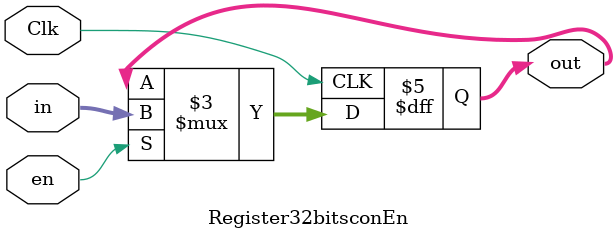
<source format=v>
`timescale 1ns / 1ps
module Register32bitsconEn(Clk, in, en, out);

	input [31:0]in;
	input Clk;
	input en;
	output reg [31:0]out;
	
	initial begin
		out <= 32'b00000000000000000000000000000000;
	end

	always @ (posedge Clk)
		begin
			if (en)
				out <= in;
		end
		
endmodule 
</source>
